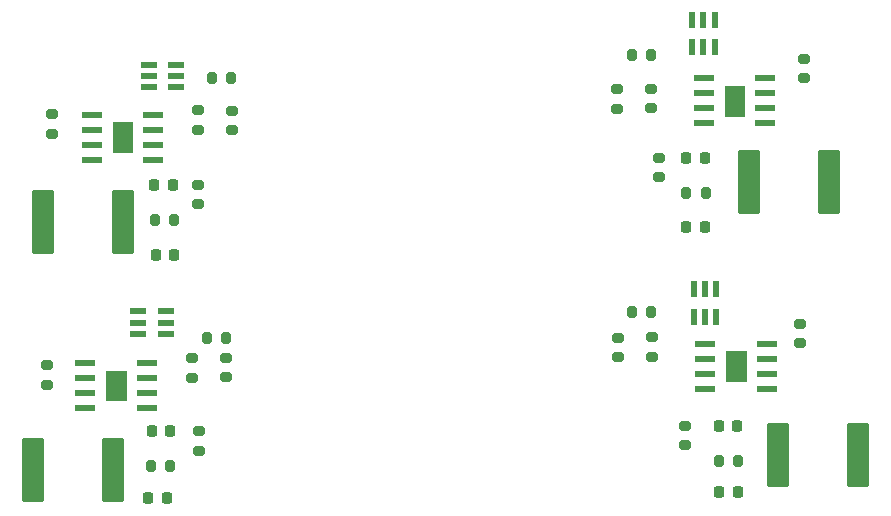
<source format=gbr>
%TF.GenerationSoftware,KiCad,Pcbnew,7.0.7*%
%TF.CreationDate,2023-10-23T22:40:39-07:00*%
%TF.ProjectId,MOSFET-board,4d4f5346-4554-42d6-926f-6172642e6b69,rev?*%
%TF.SameCoordinates,Original*%
%TF.FileFunction,Paste,Bot*%
%TF.FilePolarity,Positive*%
%FSLAX46Y46*%
G04 Gerber Fmt 4.6, Leading zero omitted, Abs format (unit mm)*
G04 Created by KiCad (PCBNEW 7.0.7) date 2023-10-23 22:40:39*
%MOMM*%
%LPD*%
G01*
G04 APERTURE LIST*
G04 Aperture macros list*
%AMRoundRect*
0 Rectangle with rounded corners*
0 $1 Rounding radius*
0 $2 $3 $4 $5 $6 $7 $8 $9 X,Y pos of 4 corners*
0 Add a 4 corners polygon primitive as box body*
4,1,4,$2,$3,$4,$5,$6,$7,$8,$9,$2,$3,0*
0 Add four circle primitives for the rounded corners*
1,1,$1+$1,$2,$3*
1,1,$1+$1,$4,$5*
1,1,$1+$1,$6,$7*
1,1,$1+$1,$8,$9*
0 Add four rect primitives between the rounded corners*
20,1,$1+$1,$2,$3,$4,$5,0*
20,1,$1+$1,$4,$5,$6,$7,0*
20,1,$1+$1,$6,$7,$8,$9,0*
20,1,$1+$1,$8,$9,$2,$3,0*%
G04 Aperture macros list end*
%ADD10C,0.010000*%
%ADD11RoundRect,0.250000X-0.712500X-2.475000X0.712500X-2.475000X0.712500X2.475000X-0.712500X2.475000X0*%
%ADD12RoundRect,0.200000X-0.275000X0.200000X-0.275000X-0.200000X0.275000X-0.200000X0.275000X0.200000X0*%
%ADD13RoundRect,0.200000X-0.200000X-0.275000X0.200000X-0.275000X0.200000X0.275000X-0.200000X0.275000X0*%
%ADD14RoundRect,0.218750X-0.218750X-0.256250X0.218750X-0.256250X0.218750X0.256250X-0.218750X0.256250X0*%
%ADD15RoundRect,0.200000X0.275000X-0.200000X0.275000X0.200000X-0.275000X0.200000X-0.275000X-0.200000X0*%
%ADD16RoundRect,0.218750X0.218750X0.256250X-0.218750X0.256250X-0.218750X-0.256250X0.218750X-0.256250X0*%
%ADD17RoundRect,0.088500X0.206500X-0.606500X0.206500X0.606500X-0.206500X0.606500X-0.206500X-0.606500X0*%
%ADD18RoundRect,0.039900X-0.800100X-0.245100X0.800100X-0.245100X0.800100X0.245100X-0.800100X0.245100X0*%
%ADD19RoundRect,0.250000X0.712500X2.475000X-0.712500X2.475000X-0.712500X-2.475000X0.712500X-2.475000X0*%
%ADD20RoundRect,0.200000X0.200000X0.275000X-0.200000X0.275000X-0.200000X-0.275000X0.200000X-0.275000X0*%
%ADD21RoundRect,0.088500X-0.606500X-0.206500X0.606500X-0.206500X0.606500X0.206500X-0.606500X0.206500X0*%
%ADD22RoundRect,0.039900X0.800100X0.245100X-0.800100X0.245100X-0.800100X-0.245100X0.800100X-0.245100X0*%
G04 APERTURE END LIST*
%TO.C,U7*%
D10*
X135453000Y-113345000D02*
X133777000Y-113345000D01*
X133777000Y-110815000D01*
X135453000Y-110815000D01*
X135453000Y-113345000D01*
G36*
X135453000Y-113345000D02*
G01*
X133777000Y-113345000D01*
X133777000Y-110815000D01*
X135453000Y-110815000D01*
X135453000Y-113345000D01*
G37*
%TO.C,U8*%
X187828000Y-89240000D02*
X186152000Y-89240000D01*
X186152000Y-86710000D01*
X187828000Y-86710000D01*
X187828000Y-89240000D01*
G36*
X187828000Y-89240000D02*
G01*
X186152000Y-89240000D01*
X186152000Y-86710000D01*
X187828000Y-86710000D01*
X187828000Y-89240000D01*
G37*
%TO.C,U10*%
X187953000Y-111710000D02*
X186277000Y-111710000D01*
X186277000Y-109180000D01*
X187953000Y-109180000D01*
X187953000Y-111710000D01*
G36*
X187953000Y-111710000D02*
G01*
X186277000Y-111710000D01*
X186277000Y-109180000D01*
X187953000Y-109180000D01*
X187953000Y-111710000D01*
G37*
%TO.C,U9*%
X136002750Y-92326000D02*
X134326750Y-92326000D01*
X134326750Y-89796000D01*
X136002750Y-89796000D01*
X136002750Y-92326000D01*
G36*
X136002750Y-92326000D02*
G01*
X134326750Y-92326000D01*
X134326750Y-89796000D01*
X136002750Y-89796000D01*
X136002750Y-92326000D01*
G37*
%TD*%
D11*
%TO.C,F8*%
X188242500Y-94870000D03*
X195017500Y-94870000D03*
%TD*%
D12*
%TO.C,R97*%
X179930000Y-86945000D03*
X179930000Y-88595000D03*
%TD*%
D13*
%TO.C,R26*%
X182905000Y-95795000D03*
X184555000Y-95795000D03*
%TD*%
D14*
%TO.C,D48*%
X185700000Y-121125000D03*
X187275000Y-121125000D03*
%TD*%
D15*
%TO.C,R107*%
X192855000Y-86070000D03*
X192855000Y-84420000D03*
%TD*%
D11*
%TO.C,F9*%
X190687500Y-117925000D03*
X197462500Y-117925000D03*
%TD*%
D12*
%TO.C,R78*%
X177125000Y-108025000D03*
X177125000Y-109675000D03*
%TD*%
D15*
%TO.C,R1*%
X141675000Y-117600000D03*
X141675000Y-115950000D03*
%TD*%
D12*
%TO.C,R71*%
X143900000Y-109750000D03*
X143900000Y-111400000D03*
%TD*%
D16*
%TO.C,D25*%
X184467500Y-92820000D03*
X182892500Y-92820000D03*
%TD*%
D17*
%TO.C,U29*%
X185450000Y-106252500D03*
X184500000Y-106252500D03*
X183550000Y-106252500D03*
X183550000Y-103922500D03*
X184500000Y-103922500D03*
X185450000Y-103922500D03*
%TD*%
D18*
%TO.C,U7*%
X132000000Y-113985000D03*
X132000000Y-112715000D03*
X132000000Y-111445000D03*
X132000000Y-110175000D03*
X137230000Y-110175000D03*
X137230000Y-111445000D03*
X137230000Y-112715000D03*
X137230000Y-113985000D03*
%TD*%
D19*
%TO.C,F2*%
X134328571Y-119213999D03*
X127553571Y-119213999D03*
%TD*%
D14*
%TO.C,D47*%
X182917500Y-98645000D03*
X184492500Y-98645000D03*
%TD*%
D12*
%TO.C,R77*%
X177055000Y-86995000D03*
X177055000Y-88645000D03*
%TD*%
D15*
%TO.C,R5*%
X141554750Y-96736000D03*
X141554750Y-95086000D03*
%TD*%
D20*
%TO.C,R88*%
X179925000Y-105875000D03*
X178275000Y-105875000D03*
%TD*%
D14*
%TO.C,D5*%
X137862500Y-95125000D03*
X139437500Y-95125000D03*
%TD*%
D15*
%TO.C,R102*%
X129204750Y-90786000D03*
X129204750Y-89136000D03*
%TD*%
D20*
%TO.C,R2*%
X139228571Y-118875000D03*
X137578571Y-118875000D03*
%TD*%
D13*
%TO.C,R30*%
X185650000Y-118450000D03*
X187300000Y-118450000D03*
%TD*%
D12*
%TO.C,R91*%
X141025000Y-109775000D03*
X141025000Y-111425000D03*
%TD*%
D20*
%TO.C,R87*%
X179930000Y-84070000D03*
X178280000Y-84070000D03*
%TD*%
D13*
%TO.C,R82*%
X142704750Y-86086000D03*
X144354750Y-86086000D03*
%TD*%
D15*
%TO.C,R29*%
X182825000Y-117125000D03*
X182825000Y-115475000D03*
%TD*%
D19*
%TO.C,F3*%
X135217250Y-98261000D03*
X128442250Y-98261000D03*
%TD*%
D17*
%TO.C,U28*%
X185305000Y-83452500D03*
X184355000Y-83452500D03*
X183405000Y-83452500D03*
X183405000Y-81122500D03*
X184355000Y-81122500D03*
X185305000Y-81122500D03*
%TD*%
D21*
%TO.C,U22*%
X136510000Y-107700000D03*
X136510000Y-106750000D03*
X136510000Y-105800000D03*
X138840000Y-105800000D03*
X138840000Y-106750000D03*
X138840000Y-107700000D03*
%TD*%
D14*
%TO.C,D1*%
X137637500Y-115950000D03*
X139212500Y-115950000D03*
%TD*%
D16*
%TO.C,D41*%
X138928571Y-121613999D03*
X137353571Y-121613999D03*
%TD*%
D15*
%TO.C,R101*%
X128750000Y-112000000D03*
X128750000Y-110350000D03*
%TD*%
D22*
%TO.C,U8*%
X189605000Y-86070000D03*
X189605000Y-87340000D03*
X189605000Y-88610000D03*
X189605000Y-89880000D03*
X184375000Y-89880000D03*
X184375000Y-88610000D03*
X184375000Y-87340000D03*
X184375000Y-86070000D03*
%TD*%
D12*
%TO.C,R98*%
X180000000Y-108000000D03*
X180000000Y-109650000D03*
%TD*%
D16*
%TO.C,D42*%
X139542250Y-101036000D03*
X137967250Y-101036000D03*
%TD*%
D12*
%TO.C,R92*%
X141529750Y-88786000D03*
X141529750Y-90436000D03*
%TD*%
D16*
%TO.C,D29*%
X187212500Y-115475000D03*
X185637500Y-115475000D03*
%TD*%
D15*
%TO.C,R25*%
X180605000Y-94470000D03*
X180605000Y-92820000D03*
%TD*%
D22*
%TO.C,U10*%
X189730000Y-108540000D03*
X189730000Y-109810000D03*
X189730000Y-111080000D03*
X189730000Y-112350000D03*
X184500000Y-112350000D03*
X184500000Y-111080000D03*
X184500000Y-109810000D03*
X184500000Y-108540000D03*
%TD*%
D12*
%TO.C,R72*%
X144404750Y-88811000D03*
X144404750Y-90461000D03*
%TD*%
D13*
%TO.C,R81*%
X142278571Y-108025000D03*
X143928571Y-108025000D03*
%TD*%
D21*
%TO.C,U23*%
X137387500Y-86820000D03*
X137387500Y-85870000D03*
X137387500Y-84920000D03*
X139717500Y-84920000D03*
X139717500Y-85870000D03*
X139717500Y-86820000D03*
%TD*%
D18*
%TO.C,U9*%
X132549750Y-92966000D03*
X132549750Y-91696000D03*
X132549750Y-90426000D03*
X132549750Y-89156000D03*
X137779750Y-89156000D03*
X137779750Y-90426000D03*
X137779750Y-91696000D03*
X137779750Y-92966000D03*
%TD*%
D15*
%TO.C,R108*%
X192550000Y-108525000D03*
X192550000Y-106875000D03*
%TD*%
D20*
%TO.C,R6*%
X139554750Y-98111000D03*
X137904750Y-98111000D03*
%TD*%
M02*

</source>
